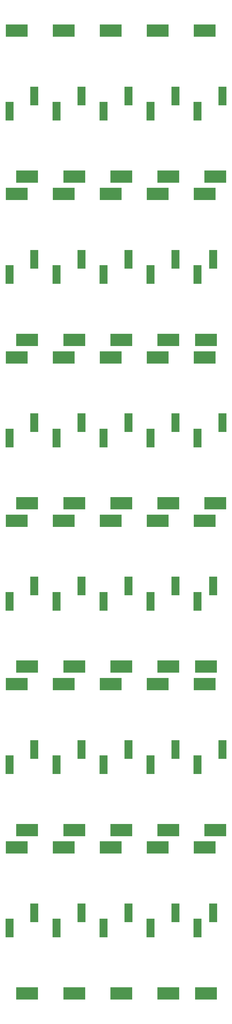
<source format=gtp>
%FSLAX44Y44*%
%MOMM*%
G71*
G01*
G75*
G04 Layer_Color=8421504*
%ADD10R,2.5000X6.0000*%
%ADD11R,6.9850X4.0000*%
%ADD12C,1.0000*%
%ADD13C,4.0000*%
%ADD14C,1.2700*%
%ADD15R,1.0200X3.8000*%
%ADD16R,1.2192X0.8128*%
%ADD17R,0.3556X0.7620*%
%ADD18R,0.7620X0.3556*%
%ADD19R,2.7940X2.7940*%
%ADD20C,0.2540*%
D10*
X675240Y2903220D02*
D03*
X525240D02*
D03*
X375240D02*
D03*
X225240D02*
D03*
X75240D02*
D03*
X154760Y2951780D02*
D03*
X304760D02*
D03*
X454760D02*
D03*
X604760D02*
D03*
X754760D02*
D03*
X675240Y2383220D02*
D03*
X525240D02*
D03*
X375240D02*
D03*
X225240D02*
D03*
X75240D02*
D03*
X154760Y2431780D02*
D03*
X304760D02*
D03*
X454760D02*
D03*
X604760D02*
D03*
X724760D02*
D03*
X675240Y1863220D02*
D03*
X525240D02*
D03*
X375240D02*
D03*
X225240D02*
D03*
X75240D02*
D03*
X154760Y1911780D02*
D03*
X304760D02*
D03*
X454760D02*
D03*
X604760D02*
D03*
X754760D02*
D03*
X675240Y1343220D02*
D03*
X525240D02*
D03*
X375240D02*
D03*
X225240D02*
D03*
X75240D02*
D03*
X154760Y1391780D02*
D03*
X304760D02*
D03*
X454760D02*
D03*
X604760D02*
D03*
X724760D02*
D03*
X675240Y823220D02*
D03*
X525240D02*
D03*
X375240D02*
D03*
X225240D02*
D03*
X75240D02*
D03*
X154760Y871780D02*
D03*
X304760D02*
D03*
X454760D02*
D03*
X604760D02*
D03*
X754760D02*
D03*
X675240Y303220D02*
D03*
X525240D02*
D03*
X375240D02*
D03*
X225240D02*
D03*
X75240D02*
D03*
X154760Y351780D02*
D03*
X304760D02*
D03*
X454760D02*
D03*
X604760D02*
D03*
X724760D02*
D03*
D11*
X698100Y3159760D02*
D03*
X548100D02*
D03*
X398100D02*
D03*
X248100D02*
D03*
X98100D02*
D03*
X131900Y2695240D02*
D03*
X281900D02*
D03*
X431900D02*
D03*
X581900D02*
D03*
X731900D02*
D03*
X698100Y2639760D02*
D03*
X548100D02*
D03*
X398100D02*
D03*
X248100D02*
D03*
X98100D02*
D03*
X131900Y2175240D02*
D03*
X281900D02*
D03*
X431900D02*
D03*
X581900D02*
D03*
X701900D02*
D03*
X698100Y2119760D02*
D03*
X548100D02*
D03*
X398100D02*
D03*
X248100D02*
D03*
X98100D02*
D03*
X131900Y1655240D02*
D03*
X281900D02*
D03*
X431900D02*
D03*
X581900D02*
D03*
X731900D02*
D03*
X698100Y1599760D02*
D03*
X548100D02*
D03*
X398100D02*
D03*
X248100D02*
D03*
X98100D02*
D03*
X131900Y1135240D02*
D03*
X281900D02*
D03*
X431900D02*
D03*
X581900D02*
D03*
X701900D02*
D03*
X698100Y1079760D02*
D03*
X548100D02*
D03*
X398100D02*
D03*
X248100D02*
D03*
X98100D02*
D03*
X131900Y615240D02*
D03*
X281900D02*
D03*
X431900D02*
D03*
X581900D02*
D03*
X731900D02*
D03*
X698100Y559760D02*
D03*
X548100D02*
D03*
X398100D02*
D03*
X248100D02*
D03*
X98100D02*
D03*
X131900Y95240D02*
D03*
X281900D02*
D03*
X431900D02*
D03*
X581900D02*
D03*
X701900D02*
D03*
M02*

</source>
